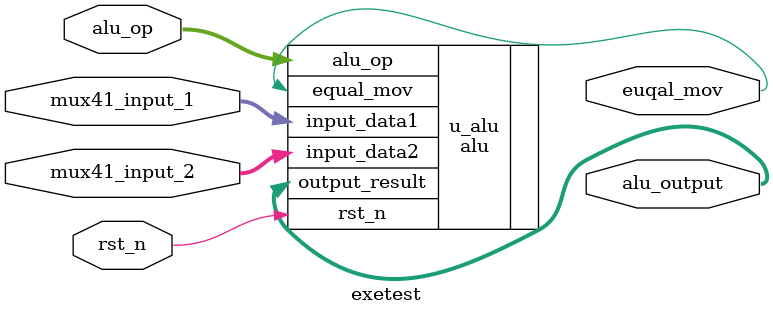
<source format=v>
module exetest(
    input            rst_n,
    input   [5: 0]   alu_op,
    input   [31: 0]  mux41_input_1, mux41_input_2,
    
    output           euqal_mov,
    output  [31: 0]  alu_output
);
    
    wire    [31: 0] mux_sll_out;
    
    alu u_alu(
        .alu_op(alu_op),
        .input_data1(mux41_input_1),
        .input_data2(mux41_input_2),
        .rst_n(rst_n),
        .output_result(alu_output),
        .equal_mov(euqal_mov)
    );

endmodule
</source>
